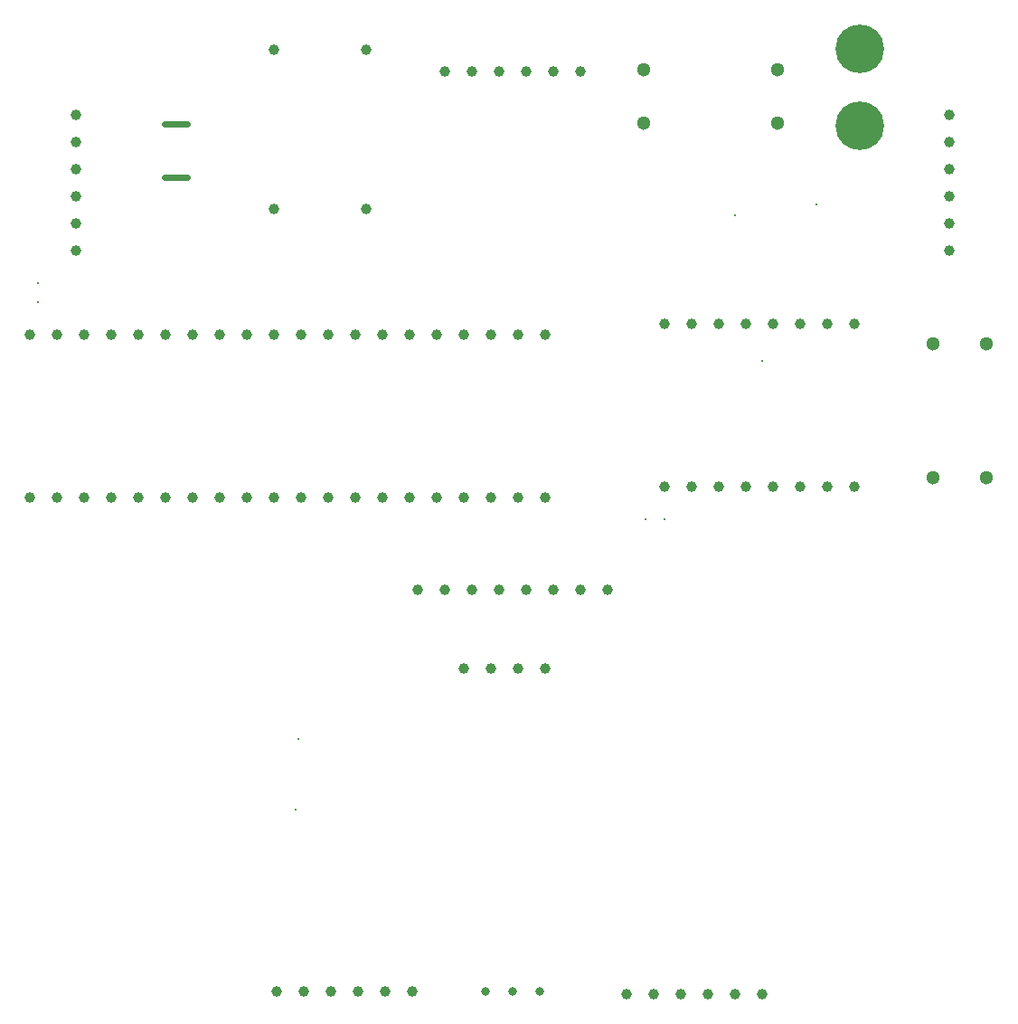
<source format=gbr>
%TF.GenerationSoftware,KiCad,Pcbnew,9.0.0*%
%TF.CreationDate,2025-04-20T11:33:46+05:30*%
%TF.ProjectId,micromouse,6d696372-6f6d-46f7-9573-652e6b696361,rev?*%
%TF.SameCoordinates,Original*%
%TF.FileFunction,Plated,1,2,PTH,Mixed*%
%TF.FilePolarity,Positive*%
%FSLAX46Y46*%
G04 Gerber Fmt 4.6, Leading zero omitted, Abs format (unit mm)*
G04 Created by KiCad (PCBNEW 9.0.0) date 2025-04-20 11:33:46*
%MOMM*%
%LPD*%
G01*
G04 APERTURE LIST*
%TA.AperFunction,ViaDrill*%
%ADD10C,0.300000*%
%TD*%
G04 aperture for slot hole*
%TA.AperFunction,ComponentDrill*%
%ADD11C,0.600000*%
%TD*%
%TA.AperFunction,ComponentDrill*%
%ADD12C,0.800000*%
%TD*%
%TA.AperFunction,ComponentDrill*%
%ADD13C,0.990000*%
%TD*%
%TA.AperFunction,ComponentDrill*%
%ADD14C,1.000000*%
%TD*%
%TA.AperFunction,ComponentDrill*%
%ADD15C,1.300000*%
%TD*%
%TA.AperFunction,ComponentDrill*%
%ADD16C,4.550000*%
%TD*%
G04 APERTURE END LIST*
D10*
X89662000Y-50800000D03*
X89662000Y-52578000D03*
X113792000Y-100076000D03*
X114046000Y-93472000D03*
X146558000Y-72898000D03*
X148336000Y-72898000D03*
X154940000Y-44450000D03*
X157480000Y-58073000D03*
X162560000Y-43434000D03*
D11*
%TO.C,SW1*%
X103666000Y-35894000D02*
X101566000Y-35894000D01*
X103666000Y-40894000D02*
X101566000Y-40894000D01*
D12*
%TO.C,SW3*%
X131572000Y-117094000D03*
X134112000Y-117094000D03*
X136652000Y-117094000D03*
D13*
%TO.C,U1*%
X111760000Y-28956000D03*
X111760000Y-43815000D03*
X120396000Y-28956000D03*
X120396000Y-43815000D03*
D14*
%TO.C,U2*%
X88900000Y-55626000D03*
X88900000Y-70866000D03*
X91440000Y-55626000D03*
X91440000Y-70866000D03*
%TO.C,U8*%
X93218000Y-35056000D03*
X93218000Y-37596000D03*
X93218000Y-40136000D03*
X93218000Y-42676000D03*
X93218000Y-45216000D03*
X93218000Y-47756000D03*
%TO.C,U2*%
X93980000Y-55626000D03*
X93980000Y-70866000D03*
X96520000Y-55626000D03*
X96520000Y-70866000D03*
X99060000Y-55626000D03*
X99060000Y-70866000D03*
X101600000Y-55626000D03*
X101600000Y-70866000D03*
X104140000Y-55626000D03*
X104140000Y-70866000D03*
X106680000Y-55626000D03*
X106680000Y-70866000D03*
X109220000Y-55626000D03*
X109220000Y-70866000D03*
X111760000Y-55626000D03*
X111760000Y-70866000D03*
%TO.C,U4*%
X112014000Y-117094000D03*
%TO.C,U2*%
X114300000Y-55626000D03*
X114300000Y-70866000D03*
%TO.C,U4*%
X114554000Y-117094000D03*
%TO.C,U2*%
X116840000Y-55626000D03*
X116840000Y-70866000D03*
%TO.C,U4*%
X117094000Y-117094000D03*
%TO.C,U2*%
X119380000Y-55626000D03*
X119380000Y-70866000D03*
%TO.C,U4*%
X119634000Y-117094000D03*
%TO.C,U2*%
X121920000Y-55626000D03*
X121920000Y-70866000D03*
%TO.C,U4*%
X122174000Y-117094000D03*
%TO.C,U2*%
X124460000Y-55626000D03*
X124460000Y-70866000D03*
%TO.C,U4*%
X124714000Y-117094000D03*
%TO.C,ACC1*%
X125222000Y-79502000D03*
%TO.C,U2*%
X127000000Y-55626000D03*
X127000000Y-70866000D03*
%TO.C,ACC1*%
X127762000Y-79502000D03*
%TO.C,U7*%
X127766000Y-30988000D03*
%TO.C,U2*%
X129540000Y-55626000D03*
X129540000Y-70866000D03*
%TO.C,U10*%
X129540000Y-86868000D03*
%TO.C,ACC1*%
X130302000Y-79502000D03*
%TO.C,U7*%
X130306000Y-30988000D03*
%TO.C,U2*%
X132080000Y-55626000D03*
X132080000Y-70866000D03*
%TO.C,U10*%
X132080000Y-86868000D03*
%TO.C,ACC1*%
X132842000Y-79502000D03*
%TO.C,U7*%
X132846000Y-30988000D03*
%TO.C,U2*%
X134620000Y-55626000D03*
X134620000Y-70866000D03*
%TO.C,U10*%
X134620000Y-86868000D03*
%TO.C,ACC1*%
X135382000Y-79502000D03*
%TO.C,U7*%
X135386000Y-30988000D03*
%TO.C,U2*%
X137160000Y-55626000D03*
X137160000Y-70866000D03*
%TO.C,U10*%
X137160000Y-86868000D03*
%TO.C,ACC1*%
X137922000Y-79502000D03*
%TO.C,U7*%
X137926000Y-30988000D03*
%TO.C,ACC1*%
X140462000Y-79502000D03*
%TO.C,U7*%
X140466000Y-30988000D03*
%TO.C,ACC1*%
X143002000Y-79502000D03*
%TO.C,U3*%
X144780000Y-117348000D03*
X147320000Y-117348000D03*
%TO.C,U5*%
X148336000Y-54610000D03*
X148336000Y-69850000D03*
%TO.C,U3*%
X149860000Y-117348000D03*
%TO.C,U5*%
X150876000Y-54610000D03*
X150876000Y-69850000D03*
%TO.C,U3*%
X152400000Y-117348000D03*
%TO.C,U5*%
X153416000Y-54610000D03*
X153416000Y-69850000D03*
%TO.C,U3*%
X154940000Y-117348000D03*
%TO.C,U5*%
X155956000Y-54610000D03*
X155956000Y-69850000D03*
%TO.C,U3*%
X157480000Y-117348000D03*
%TO.C,U5*%
X158496000Y-54610000D03*
X158496000Y-69850000D03*
X161036000Y-54610000D03*
X161036000Y-69850000D03*
X163576000Y-54610000D03*
X163576000Y-69850000D03*
X166116000Y-54610000D03*
X166116000Y-69850000D03*
%TO.C,U6*%
X175006000Y-35056000D03*
X175006000Y-37596000D03*
X175006000Y-40136000D03*
X175006000Y-42676000D03*
X175006000Y-45216000D03*
X175006000Y-47756000D03*
D15*
%TO.C,SW2*%
X146404000Y-30774000D03*
X146404000Y-35774000D03*
X158904000Y-30774000D03*
X158904000Y-35774000D03*
%TO.C,SW4*%
X173522000Y-56488000D03*
X173522000Y-68988000D03*
X178522000Y-56488000D03*
X178522000Y-68988000D03*
D16*
%TO.C,J1*%
X166624000Y-28868000D03*
X166624000Y-36068000D03*
M02*

</source>
